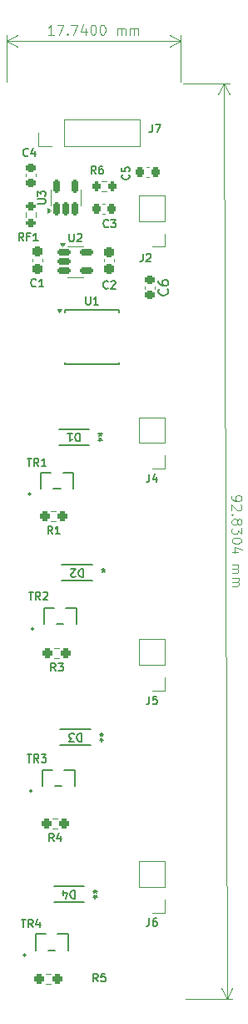
<source format=gbr>
G04 #@! TF.GenerationSoftware,KiCad,Pcbnew,8.0.1*
G04 #@! TF.CreationDate,2025-02-25T21:33:37-07:00*
G04 #@! TF.ProjectId,VibrationBand,56696272-6174-4696-9f6e-42616e642e6b,rev?*
G04 #@! TF.SameCoordinates,Original*
G04 #@! TF.FileFunction,Legend,Top*
G04 #@! TF.FilePolarity,Positive*
%FSLAX46Y46*%
G04 Gerber Fmt 4.6, Leading zero omitted, Abs format (unit mm)*
G04 Created by KiCad (PCBNEW 8.0.1) date 2025-02-25 21:33:37*
%MOMM*%
%LPD*%
G01*
G04 APERTURE LIST*
G04 Aperture macros list*
%AMRoundRect*
0 Rectangle with rounded corners*
0 $1 Rounding radius*
0 $2 $3 $4 $5 $6 $7 $8 $9 X,Y pos of 4 corners*
0 Add a 4 corners polygon primitive as box body*
4,1,4,$2,$3,$4,$5,$6,$7,$8,$9,$2,$3,0*
0 Add four circle primitives for the rounded corners*
1,1,$1+$1,$2,$3*
1,1,$1+$1,$4,$5*
1,1,$1+$1,$6,$7*
1,1,$1+$1,$8,$9*
0 Add four rect primitives between the rounded corners*
20,1,$1+$1,$2,$3,$4,$5,0*
20,1,$1+$1,$4,$5,$6,$7,0*
20,1,$1+$1,$6,$7,$8,$9,0*
20,1,$1+$1,$8,$9,$2,$3,0*%
G04 Aperture macros list end*
%ADD10C,0.100000*%
%ADD11C,0.150000*%
%ADD12C,0.120000*%
%ADD13C,0.152400*%
%ADD14RoundRect,0.237500X0.250000X0.237500X-0.250000X0.237500X-0.250000X-0.237500X0.250000X-0.237500X0*%
%ADD15R,1.111200X0.600800*%
%ADD16R,1.700000X0.650000*%
%ADD17R,1.700000X1.700000*%
%ADD18O,1.700000X1.700000*%
%ADD19RoundRect,0.225000X0.225000X0.250000X-0.225000X0.250000X-0.225000X-0.250000X0.225000X-0.250000X0*%
%ADD20RoundRect,0.200000X-0.200000X-0.275000X0.200000X-0.275000X0.200000X0.275000X-0.200000X0.275000X0*%
%ADD21R,0.558800X1.219200*%
%ADD22RoundRect,0.225000X-0.250000X0.225000X-0.250000X-0.225000X0.250000X-0.225000X0.250000X0.225000X0*%
%ADD23RoundRect,0.225000X0.250000X-0.225000X0.250000X0.225000X-0.250000X0.225000X-0.250000X-0.225000X0*%
%ADD24RoundRect,0.150000X-0.512500X-0.150000X0.512500X-0.150000X0.512500X0.150000X-0.512500X0.150000X0*%
%ADD25RoundRect,0.237500X0.237500X-0.300000X0.237500X0.300000X-0.237500X0.300000X-0.237500X-0.300000X0*%
%ADD26RoundRect,0.150000X0.150000X-0.512500X0.150000X0.512500X-0.150000X0.512500X-0.150000X-0.512500X0*%
%ADD27RoundRect,0.237500X-0.237500X0.300000X-0.237500X-0.300000X0.237500X-0.300000X0.237500X0.300000X0*%
%ADD28RoundRect,0.200000X0.275000X-0.200000X0.275000X0.200000X-0.275000X0.200000X-0.275000X-0.200000X0*%
G04 APERTURE END LIST*
D10*
X109012381Y-39837419D02*
X108440953Y-39837419D01*
X108726667Y-39837419D02*
X108726667Y-38837419D01*
X108726667Y-38837419D02*
X108631429Y-38980276D01*
X108631429Y-38980276D02*
X108536191Y-39075514D01*
X108536191Y-39075514D02*
X108440953Y-39123133D01*
X109345715Y-38837419D02*
X110012381Y-38837419D01*
X110012381Y-38837419D02*
X109583810Y-39837419D01*
X110393334Y-39742180D02*
X110440953Y-39789800D01*
X110440953Y-39789800D02*
X110393334Y-39837419D01*
X110393334Y-39837419D02*
X110345715Y-39789800D01*
X110345715Y-39789800D02*
X110393334Y-39742180D01*
X110393334Y-39742180D02*
X110393334Y-39837419D01*
X110774286Y-38837419D02*
X111440952Y-38837419D01*
X111440952Y-38837419D02*
X111012381Y-39837419D01*
X112250476Y-39170752D02*
X112250476Y-39837419D01*
X112012381Y-38789800D02*
X111774286Y-39504085D01*
X111774286Y-39504085D02*
X112393333Y-39504085D01*
X112964762Y-38837419D02*
X113060000Y-38837419D01*
X113060000Y-38837419D02*
X113155238Y-38885038D01*
X113155238Y-38885038D02*
X113202857Y-38932657D01*
X113202857Y-38932657D02*
X113250476Y-39027895D01*
X113250476Y-39027895D02*
X113298095Y-39218371D01*
X113298095Y-39218371D02*
X113298095Y-39456466D01*
X113298095Y-39456466D02*
X113250476Y-39646942D01*
X113250476Y-39646942D02*
X113202857Y-39742180D01*
X113202857Y-39742180D02*
X113155238Y-39789800D01*
X113155238Y-39789800D02*
X113060000Y-39837419D01*
X113060000Y-39837419D02*
X112964762Y-39837419D01*
X112964762Y-39837419D02*
X112869524Y-39789800D01*
X112869524Y-39789800D02*
X112821905Y-39742180D01*
X112821905Y-39742180D02*
X112774286Y-39646942D01*
X112774286Y-39646942D02*
X112726667Y-39456466D01*
X112726667Y-39456466D02*
X112726667Y-39218371D01*
X112726667Y-39218371D02*
X112774286Y-39027895D01*
X112774286Y-39027895D02*
X112821905Y-38932657D01*
X112821905Y-38932657D02*
X112869524Y-38885038D01*
X112869524Y-38885038D02*
X112964762Y-38837419D01*
X113917143Y-38837419D02*
X114012381Y-38837419D01*
X114012381Y-38837419D02*
X114107619Y-38885038D01*
X114107619Y-38885038D02*
X114155238Y-38932657D01*
X114155238Y-38932657D02*
X114202857Y-39027895D01*
X114202857Y-39027895D02*
X114250476Y-39218371D01*
X114250476Y-39218371D02*
X114250476Y-39456466D01*
X114250476Y-39456466D02*
X114202857Y-39646942D01*
X114202857Y-39646942D02*
X114155238Y-39742180D01*
X114155238Y-39742180D02*
X114107619Y-39789800D01*
X114107619Y-39789800D02*
X114012381Y-39837419D01*
X114012381Y-39837419D02*
X113917143Y-39837419D01*
X113917143Y-39837419D02*
X113821905Y-39789800D01*
X113821905Y-39789800D02*
X113774286Y-39742180D01*
X113774286Y-39742180D02*
X113726667Y-39646942D01*
X113726667Y-39646942D02*
X113679048Y-39456466D01*
X113679048Y-39456466D02*
X113679048Y-39218371D01*
X113679048Y-39218371D02*
X113726667Y-39027895D01*
X113726667Y-39027895D02*
X113774286Y-38932657D01*
X113774286Y-38932657D02*
X113821905Y-38885038D01*
X113821905Y-38885038D02*
X113917143Y-38837419D01*
X115440953Y-39837419D02*
X115440953Y-39170752D01*
X115440953Y-39265990D02*
X115488572Y-39218371D01*
X115488572Y-39218371D02*
X115583810Y-39170752D01*
X115583810Y-39170752D02*
X115726667Y-39170752D01*
X115726667Y-39170752D02*
X115821905Y-39218371D01*
X115821905Y-39218371D02*
X115869524Y-39313609D01*
X115869524Y-39313609D02*
X115869524Y-39837419D01*
X115869524Y-39313609D02*
X115917143Y-39218371D01*
X115917143Y-39218371D02*
X116012381Y-39170752D01*
X116012381Y-39170752D02*
X116155238Y-39170752D01*
X116155238Y-39170752D02*
X116250477Y-39218371D01*
X116250477Y-39218371D02*
X116298096Y-39313609D01*
X116298096Y-39313609D02*
X116298096Y-39837419D01*
X116774286Y-39837419D02*
X116774286Y-39170752D01*
X116774286Y-39265990D02*
X116821905Y-39218371D01*
X116821905Y-39218371D02*
X116917143Y-39170752D01*
X116917143Y-39170752D02*
X117060000Y-39170752D01*
X117060000Y-39170752D02*
X117155238Y-39218371D01*
X117155238Y-39218371D02*
X117202857Y-39313609D01*
X117202857Y-39313609D02*
X117202857Y-39837419D01*
X117202857Y-39313609D02*
X117250476Y-39218371D01*
X117250476Y-39218371D02*
X117345714Y-39170752D01*
X117345714Y-39170752D02*
X117488571Y-39170752D01*
X117488571Y-39170752D02*
X117583810Y-39218371D01*
X117583810Y-39218371D02*
X117631429Y-39313609D01*
X117631429Y-39313609D02*
X117631429Y-39837419D01*
X104190000Y-44650000D02*
X104190000Y-39893580D01*
X121930000Y-44650000D02*
X121930000Y-39893580D01*
X104190000Y-40480000D02*
X121930000Y-40480000D01*
X104190000Y-40480000D02*
X121930000Y-40480000D01*
X104190000Y-40480000D02*
X105316504Y-39893579D01*
X104190000Y-40480000D02*
X105316504Y-41066421D01*
X121930000Y-40480000D02*
X120803496Y-41066421D01*
X121930000Y-40480000D02*
X120803496Y-39893579D01*
X127105087Y-86645785D02*
X127105641Y-86836261D01*
X127105641Y-86836261D02*
X127153537Y-86931360D01*
X127153537Y-86931360D02*
X127201294Y-86978840D01*
X127201294Y-86978840D02*
X127344427Y-87073662D01*
X127344427Y-87073662D02*
X127535041Y-87120727D01*
X127535041Y-87120727D02*
X127915992Y-87119619D01*
X127915992Y-87119619D02*
X128011091Y-87071723D01*
X128011091Y-87071723D02*
X128058572Y-87023966D01*
X128058572Y-87023966D02*
X128105914Y-86928590D01*
X128105914Y-86928590D02*
X128105360Y-86738114D01*
X128105360Y-86738114D02*
X128057464Y-86643015D01*
X128057464Y-86643015D02*
X128009706Y-86595535D01*
X128009706Y-86595535D02*
X127914330Y-86548193D01*
X127914330Y-86548193D02*
X127676236Y-86548886D01*
X127676236Y-86548886D02*
X127581137Y-86596781D01*
X127581137Y-86596781D02*
X127533656Y-86644539D01*
X127533656Y-86644539D02*
X127486315Y-86739915D01*
X127486315Y-86739915D02*
X127486869Y-86930390D01*
X127486869Y-86930390D02*
X127534764Y-87025490D01*
X127534764Y-87025490D02*
X127582522Y-87072970D01*
X127582522Y-87072970D02*
X127677898Y-87120312D01*
X128012338Y-87500293D02*
X128060095Y-87547773D01*
X128060095Y-87547773D02*
X128107991Y-87642873D01*
X128107991Y-87642873D02*
X128108684Y-87880967D01*
X128108684Y-87880967D02*
X128061342Y-87976343D01*
X128061342Y-87976343D02*
X128013861Y-88024100D01*
X128013861Y-88024100D02*
X127918762Y-88071996D01*
X127918762Y-88071996D02*
X127823524Y-88072273D01*
X127823524Y-88072273D02*
X127680529Y-88025070D01*
X127680529Y-88025070D02*
X127107441Y-87455306D01*
X127107441Y-87455306D02*
X127109242Y-88074351D01*
X127205726Y-88502643D02*
X127158246Y-88550401D01*
X127158246Y-88550401D02*
X127110488Y-88502920D01*
X127110488Y-88502920D02*
X127157969Y-88455163D01*
X127157969Y-88455163D02*
X127205726Y-88502643D01*
X127205726Y-88502643D02*
X127110488Y-88502920D01*
X127683715Y-89120303D02*
X127731057Y-89024927D01*
X127731057Y-89024927D02*
X127778537Y-88977169D01*
X127778537Y-88977169D02*
X127873636Y-88929274D01*
X127873636Y-88929274D02*
X127921255Y-88929135D01*
X127921255Y-88929135D02*
X128016631Y-88976477D01*
X128016631Y-88976477D02*
X128064389Y-89023957D01*
X128064389Y-89023957D02*
X128112285Y-89119056D01*
X128112285Y-89119056D02*
X128112839Y-89309532D01*
X128112839Y-89309532D02*
X128065497Y-89404908D01*
X128065497Y-89404908D02*
X128018016Y-89452665D01*
X128018016Y-89452665D02*
X127922917Y-89500561D01*
X127922917Y-89500561D02*
X127875298Y-89500700D01*
X127875298Y-89500700D02*
X127779922Y-89453358D01*
X127779922Y-89453358D02*
X127732165Y-89405878D01*
X127732165Y-89405878D02*
X127684269Y-89310778D01*
X127684269Y-89310778D02*
X127683715Y-89120303D01*
X127683715Y-89120303D02*
X127635819Y-89025204D01*
X127635819Y-89025204D02*
X127588062Y-88977723D01*
X127588062Y-88977723D02*
X127492686Y-88930382D01*
X127492686Y-88930382D02*
X127302210Y-88930936D01*
X127302210Y-88930936D02*
X127207111Y-88978831D01*
X127207111Y-88978831D02*
X127159631Y-89026589D01*
X127159631Y-89026589D02*
X127112289Y-89121965D01*
X127112289Y-89121965D02*
X127112843Y-89312440D01*
X127112843Y-89312440D02*
X127160739Y-89407540D01*
X127160739Y-89407540D02*
X127208496Y-89455020D01*
X127208496Y-89455020D02*
X127303872Y-89502362D01*
X127303872Y-89502362D02*
X127494348Y-89501808D01*
X127494348Y-89501808D02*
X127589447Y-89453912D01*
X127589447Y-89453912D02*
X127636927Y-89406155D01*
X127636927Y-89406155D02*
X127684269Y-89310778D01*
X128114362Y-89833339D02*
X128116163Y-90452384D01*
X128116163Y-90452384D02*
X127734242Y-90120160D01*
X127734242Y-90120160D02*
X127734658Y-90263017D01*
X127734658Y-90263017D02*
X127687316Y-90358393D01*
X127687316Y-90358393D02*
X127639836Y-90406150D01*
X127639836Y-90406150D02*
X127544736Y-90454046D01*
X127544736Y-90454046D02*
X127306642Y-90454739D01*
X127306642Y-90454739D02*
X127211266Y-90407397D01*
X127211266Y-90407397D02*
X127163509Y-90359917D01*
X127163509Y-90359917D02*
X127115613Y-90264817D01*
X127115613Y-90264817D02*
X127114782Y-89979104D01*
X127114782Y-89979104D02*
X127162124Y-89883728D01*
X127162124Y-89883728D02*
X127209604Y-89835971D01*
X128117963Y-91071429D02*
X128118240Y-91166667D01*
X128118240Y-91166667D02*
X128070898Y-91262043D01*
X128070898Y-91262043D02*
X128023418Y-91309800D01*
X128023418Y-91309800D02*
X127928319Y-91357696D01*
X127928319Y-91357696D02*
X127737982Y-91405869D01*
X127737982Y-91405869D02*
X127499888Y-91406562D01*
X127499888Y-91406562D02*
X127309274Y-91359497D01*
X127309274Y-91359497D02*
X127213898Y-91312155D01*
X127213898Y-91312155D02*
X127166140Y-91264675D01*
X127166140Y-91264675D02*
X127118244Y-91169575D01*
X127118244Y-91169575D02*
X127117967Y-91074338D01*
X127117967Y-91074338D02*
X127165309Y-90978962D01*
X127165309Y-90978962D02*
X127212790Y-90931204D01*
X127212790Y-90931204D02*
X127307889Y-90883308D01*
X127307889Y-90883308D02*
X127498226Y-90835136D01*
X127498226Y-90835136D02*
X127736320Y-90834443D01*
X127736320Y-90834443D02*
X127926934Y-90881508D01*
X127926934Y-90881508D02*
X128022310Y-90928850D01*
X128022310Y-90928850D02*
X128070067Y-90976330D01*
X128070067Y-90976330D02*
X128117963Y-91071429D01*
X127788094Y-92262870D02*
X127121430Y-92264809D01*
X128168352Y-92023668D02*
X127453377Y-91787651D01*
X127453377Y-91787651D02*
X127455177Y-92406696D01*
X127125169Y-93550518D02*
X127791833Y-93548579D01*
X127696596Y-93548856D02*
X127744353Y-93596336D01*
X127744353Y-93596336D02*
X127792249Y-93691436D01*
X127792249Y-93691436D02*
X127792664Y-93834292D01*
X127792664Y-93834292D02*
X127745322Y-93929668D01*
X127745322Y-93929668D02*
X127650223Y-93977564D01*
X127650223Y-93977564D02*
X127126416Y-93979088D01*
X127650223Y-93977564D02*
X127745599Y-94024906D01*
X127745599Y-94024906D02*
X127793495Y-94120005D01*
X127793495Y-94120005D02*
X127793911Y-94262862D01*
X127793911Y-94262862D02*
X127746569Y-94358238D01*
X127746569Y-94358238D02*
X127651470Y-94406134D01*
X127651470Y-94406134D02*
X127127662Y-94407657D01*
X127129048Y-94883845D02*
X127795711Y-94881906D01*
X127700474Y-94882183D02*
X127748231Y-94929664D01*
X127748231Y-94929664D02*
X127796127Y-95024763D01*
X127796127Y-95024763D02*
X127796542Y-95167620D01*
X127796542Y-95167620D02*
X127749201Y-95262996D01*
X127749201Y-95262996D02*
X127654101Y-95310892D01*
X127654101Y-95310892D02*
X127130294Y-95312415D01*
X127654101Y-95310892D02*
X127749478Y-95358233D01*
X127749478Y-95358233D02*
X127797373Y-95453333D01*
X127797373Y-95453333D02*
X127797789Y-95596189D01*
X127797789Y-95596189D02*
X127750447Y-95691565D01*
X127750447Y-95691565D02*
X127655348Y-95739461D01*
X127655348Y-95739461D02*
X127131541Y-95740985D01*
X122179998Y-44768546D02*
X126927085Y-44754739D01*
X122449998Y-137598546D02*
X127197085Y-137584739D01*
X126340667Y-44756444D02*
X126610667Y-137586444D01*
X126340667Y-44756444D02*
X126610667Y-137586444D01*
X126340667Y-44756444D02*
X126930362Y-45881237D01*
X126340667Y-44756444D02*
X125757525Y-45884649D01*
X126610667Y-137586444D02*
X126020972Y-136461651D01*
X126610667Y-137586444D02*
X127193809Y-136458239D01*
D11*
X113486667Y-135832295D02*
X113220000Y-135451342D01*
X113029524Y-135832295D02*
X113029524Y-135032295D01*
X113029524Y-135032295D02*
X113334286Y-135032295D01*
X113334286Y-135032295D02*
X113410476Y-135070390D01*
X113410476Y-135070390D02*
X113448571Y-135108485D01*
X113448571Y-135108485D02*
X113486667Y-135184676D01*
X113486667Y-135184676D02*
X113486667Y-135298961D01*
X113486667Y-135298961D02*
X113448571Y-135375152D01*
X113448571Y-135375152D02*
X113410476Y-135413247D01*
X113410476Y-135413247D02*
X113334286Y-135451342D01*
X113334286Y-135451342D02*
X113029524Y-135451342D01*
X114210476Y-135032295D02*
X113829524Y-135032295D01*
X113829524Y-135032295D02*
X113791428Y-135413247D01*
X113791428Y-135413247D02*
X113829524Y-135375152D01*
X113829524Y-135375152D02*
X113905714Y-135337057D01*
X113905714Y-135337057D02*
X114096190Y-135337057D01*
X114096190Y-135337057D02*
X114172381Y-135375152D01*
X114172381Y-135375152D02*
X114210476Y-135413247D01*
X114210476Y-135413247D02*
X114248571Y-135489438D01*
X114248571Y-135489438D02*
X114248571Y-135679914D01*
X114248571Y-135679914D02*
X114210476Y-135756104D01*
X114210476Y-135756104D02*
X114172381Y-135794200D01*
X114172381Y-135794200D02*
X114096190Y-135832295D01*
X114096190Y-135832295D02*
X113905714Y-135832295D01*
X113905714Y-135832295D02*
X113829524Y-135794200D01*
X113829524Y-135794200D02*
X113791428Y-135756104D01*
X108864167Y-90462295D02*
X108597500Y-90081342D01*
X108407024Y-90462295D02*
X108407024Y-89662295D01*
X108407024Y-89662295D02*
X108711786Y-89662295D01*
X108711786Y-89662295D02*
X108787976Y-89700390D01*
X108787976Y-89700390D02*
X108826071Y-89738485D01*
X108826071Y-89738485D02*
X108864167Y-89814676D01*
X108864167Y-89814676D02*
X108864167Y-89928961D01*
X108864167Y-89928961D02*
X108826071Y-90005152D01*
X108826071Y-90005152D02*
X108787976Y-90043247D01*
X108787976Y-90043247D02*
X108711786Y-90081342D01*
X108711786Y-90081342D02*
X108407024Y-90081342D01*
X109626071Y-90462295D02*
X109168928Y-90462295D01*
X109397500Y-90462295D02*
X109397500Y-89662295D01*
X109397500Y-89662295D02*
X109321309Y-89776580D01*
X109321309Y-89776580D02*
X109245119Y-89852771D01*
X109245119Y-89852771D02*
X109168928Y-89890866D01*
X111985475Y-94007704D02*
X111985475Y-94807704D01*
X111985475Y-94807704D02*
X111794999Y-94807704D01*
X111794999Y-94807704D02*
X111680713Y-94769609D01*
X111680713Y-94769609D02*
X111604523Y-94693419D01*
X111604523Y-94693419D02*
X111566428Y-94617228D01*
X111566428Y-94617228D02*
X111528332Y-94464847D01*
X111528332Y-94464847D02*
X111528332Y-94350561D01*
X111528332Y-94350561D02*
X111566428Y-94198180D01*
X111566428Y-94198180D02*
X111604523Y-94121990D01*
X111604523Y-94121990D02*
X111680713Y-94045800D01*
X111680713Y-94045800D02*
X111794999Y-94007704D01*
X111794999Y-94007704D02*
X111985475Y-94007704D01*
X111223571Y-94731514D02*
X111185475Y-94769609D01*
X111185475Y-94769609D02*
X111109285Y-94807704D01*
X111109285Y-94807704D02*
X110918809Y-94807704D01*
X110918809Y-94807704D02*
X110842618Y-94769609D01*
X110842618Y-94769609D02*
X110804523Y-94731514D01*
X110804523Y-94731514D02*
X110766428Y-94655323D01*
X110766428Y-94655323D02*
X110766428Y-94579133D01*
X110766428Y-94579133D02*
X110804523Y-94464847D01*
X110804523Y-94464847D02*
X111261666Y-94007704D01*
X111261666Y-94007704D02*
X110766428Y-94007704D01*
X114056599Y-93932295D02*
X114056599Y-94122771D01*
X113866123Y-94046580D02*
X114056599Y-94122771D01*
X114056599Y-94122771D02*
X114247076Y-94046580D01*
X113942314Y-94275152D02*
X114056599Y-94122771D01*
X114056599Y-94122771D02*
X114170885Y-94275152D01*
X112275476Y-66397295D02*
X112275476Y-67044914D01*
X112275476Y-67044914D02*
X112313571Y-67121104D01*
X112313571Y-67121104D02*
X112351666Y-67159200D01*
X112351666Y-67159200D02*
X112427857Y-67197295D01*
X112427857Y-67197295D02*
X112580238Y-67197295D01*
X112580238Y-67197295D02*
X112656428Y-67159200D01*
X112656428Y-67159200D02*
X112694523Y-67121104D01*
X112694523Y-67121104D02*
X112732619Y-67044914D01*
X112732619Y-67044914D02*
X112732619Y-66397295D01*
X113532618Y-67197295D02*
X113075475Y-67197295D01*
X113304047Y-67197295D02*
X113304047Y-66397295D01*
X113304047Y-66397295D02*
X113227856Y-66511580D01*
X113227856Y-66511580D02*
X113151666Y-66587771D01*
X113151666Y-66587771D02*
X113075475Y-66625866D01*
X118733333Y-129392295D02*
X118733333Y-129963723D01*
X118733333Y-129963723D02*
X118695238Y-130078009D01*
X118695238Y-130078009D02*
X118619047Y-130154200D01*
X118619047Y-130154200D02*
X118504762Y-130192295D01*
X118504762Y-130192295D02*
X118428571Y-130192295D01*
X119457143Y-129392295D02*
X119304762Y-129392295D01*
X119304762Y-129392295D02*
X119228571Y-129430390D01*
X119228571Y-129430390D02*
X119190476Y-129468485D01*
X119190476Y-129468485D02*
X119114286Y-129582771D01*
X119114286Y-129582771D02*
X119076190Y-129735152D01*
X119076190Y-129735152D02*
X119076190Y-130039914D01*
X119076190Y-130039914D02*
X119114286Y-130116104D01*
X119114286Y-130116104D02*
X119152381Y-130154200D01*
X119152381Y-130154200D02*
X119228571Y-130192295D01*
X119228571Y-130192295D02*
X119380952Y-130192295D01*
X119380952Y-130192295D02*
X119457143Y-130154200D01*
X119457143Y-130154200D02*
X119495238Y-130116104D01*
X119495238Y-130116104D02*
X119533333Y-130039914D01*
X119533333Y-130039914D02*
X119533333Y-129849438D01*
X119533333Y-129849438D02*
X119495238Y-129773247D01*
X119495238Y-129773247D02*
X119457143Y-129735152D01*
X119457143Y-129735152D02*
X119380952Y-129697057D01*
X119380952Y-129697057D02*
X119228571Y-129697057D01*
X119228571Y-129697057D02*
X119152381Y-129735152D01*
X119152381Y-129735152D02*
X119114286Y-129773247D01*
X119114286Y-129773247D02*
X119076190Y-129849438D01*
X114546667Y-59306104D02*
X114508571Y-59344200D01*
X114508571Y-59344200D02*
X114394286Y-59382295D01*
X114394286Y-59382295D02*
X114318095Y-59382295D01*
X114318095Y-59382295D02*
X114203809Y-59344200D01*
X114203809Y-59344200D02*
X114127619Y-59268009D01*
X114127619Y-59268009D02*
X114089524Y-59191819D01*
X114089524Y-59191819D02*
X114051428Y-59039438D01*
X114051428Y-59039438D02*
X114051428Y-58925152D01*
X114051428Y-58925152D02*
X114089524Y-58772771D01*
X114089524Y-58772771D02*
X114127619Y-58696580D01*
X114127619Y-58696580D02*
X114203809Y-58620390D01*
X114203809Y-58620390D02*
X114318095Y-58582295D01*
X114318095Y-58582295D02*
X114394286Y-58582295D01*
X114394286Y-58582295D02*
X114508571Y-58620390D01*
X114508571Y-58620390D02*
X114546667Y-58658485D01*
X114813333Y-58582295D02*
X115308571Y-58582295D01*
X115308571Y-58582295D02*
X115041905Y-58887057D01*
X115041905Y-58887057D02*
X115156190Y-58887057D01*
X115156190Y-58887057D02*
X115232381Y-58925152D01*
X115232381Y-58925152D02*
X115270476Y-58963247D01*
X115270476Y-58963247D02*
X115308571Y-59039438D01*
X115308571Y-59039438D02*
X115308571Y-59229914D01*
X115308571Y-59229914D02*
X115270476Y-59306104D01*
X115270476Y-59306104D02*
X115232381Y-59344200D01*
X115232381Y-59344200D02*
X115156190Y-59382295D01*
X115156190Y-59382295D02*
X114927619Y-59382295D01*
X114927619Y-59382295D02*
X114851428Y-59344200D01*
X114851428Y-59344200D02*
X114813333Y-59306104D01*
X111145475Y-126587704D02*
X111145475Y-127387704D01*
X111145475Y-127387704D02*
X110954999Y-127387704D01*
X110954999Y-127387704D02*
X110840713Y-127349609D01*
X110840713Y-127349609D02*
X110764523Y-127273419D01*
X110764523Y-127273419D02*
X110726428Y-127197228D01*
X110726428Y-127197228D02*
X110688332Y-127044847D01*
X110688332Y-127044847D02*
X110688332Y-126930561D01*
X110688332Y-126930561D02*
X110726428Y-126778180D01*
X110726428Y-126778180D02*
X110764523Y-126701990D01*
X110764523Y-126701990D02*
X110840713Y-126625800D01*
X110840713Y-126625800D02*
X110954999Y-126587704D01*
X110954999Y-126587704D02*
X111145475Y-126587704D01*
X110002618Y-127121038D02*
X110002618Y-126587704D01*
X110193094Y-127425800D02*
X110383571Y-126854371D01*
X110383571Y-126854371D02*
X109888332Y-126854371D01*
X113216599Y-126512295D02*
X113216599Y-126702771D01*
X113026123Y-126626580D02*
X113216599Y-126702771D01*
X113216599Y-126702771D02*
X113407076Y-126626580D01*
X113102314Y-126855152D02*
X113216599Y-126702771D01*
X113216599Y-126702771D02*
X113330885Y-126855152D01*
X113216600Y-127387704D02*
X113216600Y-127197228D01*
X113407076Y-127273419D02*
X113216600Y-127197228D01*
X113216600Y-127197228D02*
X113026123Y-127273419D01*
X113330885Y-127044847D02*
X113216600Y-127197228D01*
X113216600Y-127197228D02*
X113102314Y-127044847D01*
X111795475Y-110667704D02*
X111795475Y-111467704D01*
X111795475Y-111467704D02*
X111604999Y-111467704D01*
X111604999Y-111467704D02*
X111490713Y-111429609D01*
X111490713Y-111429609D02*
X111414523Y-111353419D01*
X111414523Y-111353419D02*
X111376428Y-111277228D01*
X111376428Y-111277228D02*
X111338332Y-111124847D01*
X111338332Y-111124847D02*
X111338332Y-111010561D01*
X111338332Y-111010561D02*
X111376428Y-110858180D01*
X111376428Y-110858180D02*
X111414523Y-110781990D01*
X111414523Y-110781990D02*
X111490713Y-110705800D01*
X111490713Y-110705800D02*
X111604999Y-110667704D01*
X111604999Y-110667704D02*
X111795475Y-110667704D01*
X111071666Y-111467704D02*
X110576428Y-111467704D01*
X110576428Y-111467704D02*
X110843094Y-111162942D01*
X110843094Y-111162942D02*
X110728809Y-111162942D01*
X110728809Y-111162942D02*
X110652618Y-111124847D01*
X110652618Y-111124847D02*
X110614523Y-111086752D01*
X110614523Y-111086752D02*
X110576428Y-111010561D01*
X110576428Y-111010561D02*
X110576428Y-110820085D01*
X110576428Y-110820085D02*
X110614523Y-110743895D01*
X110614523Y-110743895D02*
X110652618Y-110705800D01*
X110652618Y-110705800D02*
X110728809Y-110667704D01*
X110728809Y-110667704D02*
X110957380Y-110667704D01*
X110957380Y-110667704D02*
X111033571Y-110705800D01*
X111033571Y-110705800D02*
X111071666Y-110743895D01*
X113866599Y-110592295D02*
X113866599Y-110782771D01*
X113676123Y-110706580D02*
X113866599Y-110782771D01*
X113866599Y-110782771D02*
X114057076Y-110706580D01*
X113752314Y-110935152D02*
X113866599Y-110782771D01*
X113866599Y-110782771D02*
X113980885Y-110935152D01*
X113866600Y-111467704D02*
X113866600Y-111277228D01*
X114057076Y-111353419D02*
X113866600Y-111277228D01*
X113866600Y-111277228D02*
X113676123Y-111353419D01*
X113980885Y-111124847D02*
X113866600Y-111277228D01*
X113866600Y-111277228D02*
X113752314Y-111124847D01*
X119033333Y-48902295D02*
X119033333Y-49473723D01*
X119033333Y-49473723D02*
X118995238Y-49588009D01*
X118995238Y-49588009D02*
X118919047Y-49664200D01*
X118919047Y-49664200D02*
X118804762Y-49702295D01*
X118804762Y-49702295D02*
X118728571Y-49702295D01*
X119338095Y-48902295D02*
X119871429Y-48902295D01*
X119871429Y-48902295D02*
X119528571Y-49702295D01*
X113296667Y-53932295D02*
X113030000Y-53551342D01*
X112839524Y-53932295D02*
X112839524Y-53132295D01*
X112839524Y-53132295D02*
X113144286Y-53132295D01*
X113144286Y-53132295D02*
X113220476Y-53170390D01*
X113220476Y-53170390D02*
X113258571Y-53208485D01*
X113258571Y-53208485D02*
X113296667Y-53284676D01*
X113296667Y-53284676D02*
X113296667Y-53398961D01*
X113296667Y-53398961D02*
X113258571Y-53475152D01*
X113258571Y-53475152D02*
X113220476Y-53513247D01*
X113220476Y-53513247D02*
X113144286Y-53551342D01*
X113144286Y-53551342D02*
X112839524Y-53551342D01*
X113982381Y-53132295D02*
X113830000Y-53132295D01*
X113830000Y-53132295D02*
X113753809Y-53170390D01*
X113753809Y-53170390D02*
X113715714Y-53208485D01*
X113715714Y-53208485D02*
X113639524Y-53322771D01*
X113639524Y-53322771D02*
X113601428Y-53475152D01*
X113601428Y-53475152D02*
X113601428Y-53779914D01*
X113601428Y-53779914D02*
X113639524Y-53856104D01*
X113639524Y-53856104D02*
X113677619Y-53894200D01*
X113677619Y-53894200D02*
X113753809Y-53932295D01*
X113753809Y-53932295D02*
X113906190Y-53932295D01*
X113906190Y-53932295D02*
X113982381Y-53894200D01*
X113982381Y-53894200D02*
X114020476Y-53856104D01*
X114020476Y-53856104D02*
X114058571Y-53779914D01*
X114058571Y-53779914D02*
X114058571Y-53589438D01*
X114058571Y-53589438D02*
X114020476Y-53513247D01*
X114020476Y-53513247D02*
X113982381Y-53475152D01*
X113982381Y-53475152D02*
X113906190Y-53437057D01*
X113906190Y-53437057D02*
X113753809Y-53437057D01*
X113753809Y-53437057D02*
X113677619Y-53475152D01*
X113677619Y-53475152D02*
X113639524Y-53513247D01*
X113639524Y-53513247D02*
X113601428Y-53589438D01*
X118733333Y-106892295D02*
X118733333Y-107463723D01*
X118733333Y-107463723D02*
X118695238Y-107578009D01*
X118695238Y-107578009D02*
X118619047Y-107654200D01*
X118619047Y-107654200D02*
X118504762Y-107692295D01*
X118504762Y-107692295D02*
X118428571Y-107692295D01*
X119495238Y-106892295D02*
X119114286Y-106892295D01*
X119114286Y-106892295D02*
X119076190Y-107273247D01*
X119076190Y-107273247D02*
X119114286Y-107235152D01*
X119114286Y-107235152D02*
X119190476Y-107197057D01*
X119190476Y-107197057D02*
X119380952Y-107197057D01*
X119380952Y-107197057D02*
X119457143Y-107235152D01*
X119457143Y-107235152D02*
X119495238Y-107273247D01*
X119495238Y-107273247D02*
X119533333Y-107349438D01*
X119533333Y-107349438D02*
X119533333Y-107539914D01*
X119533333Y-107539914D02*
X119495238Y-107616104D01*
X119495238Y-107616104D02*
X119457143Y-107654200D01*
X119457143Y-107654200D02*
X119380952Y-107692295D01*
X119380952Y-107692295D02*
X119190476Y-107692295D01*
X119190476Y-107692295D02*
X119114286Y-107654200D01*
X119114286Y-107654200D02*
X119076190Y-107616104D01*
X105710476Y-129522295D02*
X106167619Y-129522295D01*
X105939047Y-130322295D02*
X105939047Y-129522295D01*
X106891429Y-130322295D02*
X106624762Y-129941342D01*
X106434286Y-130322295D02*
X106434286Y-129522295D01*
X106434286Y-129522295D02*
X106739048Y-129522295D01*
X106739048Y-129522295D02*
X106815238Y-129560390D01*
X106815238Y-129560390D02*
X106853333Y-129598485D01*
X106853333Y-129598485D02*
X106891429Y-129674676D01*
X106891429Y-129674676D02*
X106891429Y-129788961D01*
X106891429Y-129788961D02*
X106853333Y-129865152D01*
X106853333Y-129865152D02*
X106815238Y-129903247D01*
X106815238Y-129903247D02*
X106739048Y-129941342D01*
X106739048Y-129941342D02*
X106434286Y-129941342D01*
X107577143Y-129788961D02*
X107577143Y-130322295D01*
X107386667Y-129484200D02*
X107196190Y-130055628D01*
X107196190Y-130055628D02*
X107691429Y-130055628D01*
X120569580Y-65631666D02*
X120617200Y-65679285D01*
X120617200Y-65679285D02*
X120664819Y-65822142D01*
X120664819Y-65822142D02*
X120664819Y-65917380D01*
X120664819Y-65917380D02*
X120617200Y-66060237D01*
X120617200Y-66060237D02*
X120521961Y-66155475D01*
X120521961Y-66155475D02*
X120426723Y-66203094D01*
X120426723Y-66203094D02*
X120236247Y-66250713D01*
X120236247Y-66250713D02*
X120093390Y-66250713D01*
X120093390Y-66250713D02*
X119902914Y-66203094D01*
X119902914Y-66203094D02*
X119807676Y-66155475D01*
X119807676Y-66155475D02*
X119712438Y-66060237D01*
X119712438Y-66060237D02*
X119664819Y-65917380D01*
X119664819Y-65917380D02*
X119664819Y-65822142D01*
X119664819Y-65822142D02*
X119712438Y-65679285D01*
X119712438Y-65679285D02*
X119760057Y-65631666D01*
X119664819Y-64774523D02*
X119664819Y-64964999D01*
X119664819Y-64964999D02*
X119712438Y-65060237D01*
X119712438Y-65060237D02*
X119760057Y-65107856D01*
X119760057Y-65107856D02*
X119902914Y-65203094D01*
X119902914Y-65203094D02*
X120093390Y-65250713D01*
X120093390Y-65250713D02*
X120474342Y-65250713D01*
X120474342Y-65250713D02*
X120569580Y-65203094D01*
X120569580Y-65203094D02*
X120617200Y-65155475D01*
X120617200Y-65155475D02*
X120664819Y-65060237D01*
X120664819Y-65060237D02*
X120664819Y-64869761D01*
X120664819Y-64869761D02*
X120617200Y-64774523D01*
X120617200Y-64774523D02*
X120569580Y-64726904D01*
X120569580Y-64726904D02*
X120474342Y-64679285D01*
X120474342Y-64679285D02*
X120236247Y-64679285D01*
X120236247Y-64679285D02*
X120141009Y-64726904D01*
X120141009Y-64726904D02*
X120093390Y-64774523D01*
X120093390Y-64774523D02*
X120045771Y-64869761D01*
X120045771Y-64869761D02*
X120045771Y-65060237D01*
X120045771Y-65060237D02*
X120093390Y-65155475D01*
X120093390Y-65155475D02*
X120141009Y-65203094D01*
X120141009Y-65203094D02*
X120236247Y-65250713D01*
X118083333Y-62062295D02*
X118083333Y-62633723D01*
X118083333Y-62633723D02*
X118045238Y-62748009D01*
X118045238Y-62748009D02*
X117969047Y-62824200D01*
X117969047Y-62824200D02*
X117854762Y-62862295D01*
X117854762Y-62862295D02*
X117778571Y-62862295D01*
X118426190Y-62138485D02*
X118464286Y-62100390D01*
X118464286Y-62100390D02*
X118540476Y-62062295D01*
X118540476Y-62062295D02*
X118730952Y-62062295D01*
X118730952Y-62062295D02*
X118807143Y-62100390D01*
X118807143Y-62100390D02*
X118845238Y-62138485D01*
X118845238Y-62138485D02*
X118883333Y-62214676D01*
X118883333Y-62214676D02*
X118883333Y-62290866D01*
X118883333Y-62290866D02*
X118845238Y-62405152D01*
X118845238Y-62405152D02*
X118388095Y-62862295D01*
X118388095Y-62862295D02*
X118883333Y-62862295D01*
X109184167Y-104342295D02*
X108917500Y-103961342D01*
X108727024Y-104342295D02*
X108727024Y-103542295D01*
X108727024Y-103542295D02*
X109031786Y-103542295D01*
X109031786Y-103542295D02*
X109107976Y-103580390D01*
X109107976Y-103580390D02*
X109146071Y-103618485D01*
X109146071Y-103618485D02*
X109184167Y-103694676D01*
X109184167Y-103694676D02*
X109184167Y-103808961D01*
X109184167Y-103808961D02*
X109146071Y-103885152D01*
X109146071Y-103885152D02*
X109107976Y-103923247D01*
X109107976Y-103923247D02*
X109031786Y-103961342D01*
X109031786Y-103961342D02*
X108727024Y-103961342D01*
X109450833Y-103542295D02*
X109946071Y-103542295D01*
X109946071Y-103542295D02*
X109679405Y-103847057D01*
X109679405Y-103847057D02*
X109793690Y-103847057D01*
X109793690Y-103847057D02*
X109869881Y-103885152D01*
X109869881Y-103885152D02*
X109907976Y-103923247D01*
X109907976Y-103923247D02*
X109946071Y-103999438D01*
X109946071Y-103999438D02*
X109946071Y-104189914D01*
X109946071Y-104189914D02*
X109907976Y-104266104D01*
X109907976Y-104266104D02*
X109869881Y-104304200D01*
X109869881Y-104304200D02*
X109793690Y-104342295D01*
X109793690Y-104342295D02*
X109565119Y-104342295D01*
X109565119Y-104342295D02*
X109488928Y-104304200D01*
X109488928Y-104304200D02*
X109450833Y-104266104D01*
X116636104Y-54023332D02*
X116674200Y-54061428D01*
X116674200Y-54061428D02*
X116712295Y-54175713D01*
X116712295Y-54175713D02*
X116712295Y-54251904D01*
X116712295Y-54251904D02*
X116674200Y-54366190D01*
X116674200Y-54366190D02*
X116598009Y-54442380D01*
X116598009Y-54442380D02*
X116521819Y-54480475D01*
X116521819Y-54480475D02*
X116369438Y-54518571D01*
X116369438Y-54518571D02*
X116255152Y-54518571D01*
X116255152Y-54518571D02*
X116102771Y-54480475D01*
X116102771Y-54480475D02*
X116026580Y-54442380D01*
X116026580Y-54442380D02*
X115950390Y-54366190D01*
X115950390Y-54366190D02*
X115912295Y-54251904D01*
X115912295Y-54251904D02*
X115912295Y-54175713D01*
X115912295Y-54175713D02*
X115950390Y-54061428D01*
X115950390Y-54061428D02*
X115988485Y-54023332D01*
X115912295Y-53299523D02*
X115912295Y-53680475D01*
X115912295Y-53680475D02*
X116293247Y-53718571D01*
X116293247Y-53718571D02*
X116255152Y-53680475D01*
X116255152Y-53680475D02*
X116217057Y-53604285D01*
X116217057Y-53604285D02*
X116217057Y-53413809D01*
X116217057Y-53413809D02*
X116255152Y-53337618D01*
X116255152Y-53337618D02*
X116293247Y-53299523D01*
X116293247Y-53299523D02*
X116369438Y-53261428D01*
X116369438Y-53261428D02*
X116559914Y-53261428D01*
X116559914Y-53261428D02*
X116636104Y-53299523D01*
X116636104Y-53299523D02*
X116674200Y-53337618D01*
X116674200Y-53337618D02*
X116712295Y-53413809D01*
X116712295Y-53413809D02*
X116712295Y-53604285D01*
X116712295Y-53604285D02*
X116674200Y-53680475D01*
X116674200Y-53680475D02*
X116636104Y-53718571D01*
X106406667Y-52076104D02*
X106368571Y-52114200D01*
X106368571Y-52114200D02*
X106254286Y-52152295D01*
X106254286Y-52152295D02*
X106178095Y-52152295D01*
X106178095Y-52152295D02*
X106063809Y-52114200D01*
X106063809Y-52114200D02*
X105987619Y-52038009D01*
X105987619Y-52038009D02*
X105949524Y-51961819D01*
X105949524Y-51961819D02*
X105911428Y-51809438D01*
X105911428Y-51809438D02*
X105911428Y-51695152D01*
X105911428Y-51695152D02*
X105949524Y-51542771D01*
X105949524Y-51542771D02*
X105987619Y-51466580D01*
X105987619Y-51466580D02*
X106063809Y-51390390D01*
X106063809Y-51390390D02*
X106178095Y-51352295D01*
X106178095Y-51352295D02*
X106254286Y-51352295D01*
X106254286Y-51352295D02*
X106368571Y-51390390D01*
X106368571Y-51390390D02*
X106406667Y-51428485D01*
X107092381Y-51618961D02*
X107092381Y-52152295D01*
X106901905Y-51314200D02*
X106711428Y-51885628D01*
X106711428Y-51885628D02*
X107206667Y-51885628D01*
X110592976Y-59992295D02*
X110592976Y-60639914D01*
X110592976Y-60639914D02*
X110631071Y-60716104D01*
X110631071Y-60716104D02*
X110669166Y-60754200D01*
X110669166Y-60754200D02*
X110745357Y-60792295D01*
X110745357Y-60792295D02*
X110897738Y-60792295D01*
X110897738Y-60792295D02*
X110973928Y-60754200D01*
X110973928Y-60754200D02*
X111012023Y-60716104D01*
X111012023Y-60716104D02*
X111050119Y-60639914D01*
X111050119Y-60639914D02*
X111050119Y-59992295D01*
X111392975Y-60068485D02*
X111431071Y-60030390D01*
X111431071Y-60030390D02*
X111507261Y-59992295D01*
X111507261Y-59992295D02*
X111697737Y-59992295D01*
X111697737Y-59992295D02*
X111773928Y-60030390D01*
X111773928Y-60030390D02*
X111812023Y-60068485D01*
X111812023Y-60068485D02*
X111850118Y-60144676D01*
X111850118Y-60144676D02*
X111850118Y-60220866D01*
X111850118Y-60220866D02*
X111812023Y-60335152D01*
X111812023Y-60335152D02*
X111354880Y-60792295D01*
X111354880Y-60792295D02*
X111850118Y-60792295D01*
X107196667Y-65326104D02*
X107158571Y-65364200D01*
X107158571Y-65364200D02*
X107044286Y-65402295D01*
X107044286Y-65402295D02*
X106968095Y-65402295D01*
X106968095Y-65402295D02*
X106853809Y-65364200D01*
X106853809Y-65364200D02*
X106777619Y-65288009D01*
X106777619Y-65288009D02*
X106739524Y-65211819D01*
X106739524Y-65211819D02*
X106701428Y-65059438D01*
X106701428Y-65059438D02*
X106701428Y-64945152D01*
X106701428Y-64945152D02*
X106739524Y-64792771D01*
X106739524Y-64792771D02*
X106777619Y-64716580D01*
X106777619Y-64716580D02*
X106853809Y-64640390D01*
X106853809Y-64640390D02*
X106968095Y-64602295D01*
X106968095Y-64602295D02*
X107044286Y-64602295D01*
X107044286Y-64602295D02*
X107158571Y-64640390D01*
X107158571Y-64640390D02*
X107196667Y-64678485D01*
X107958571Y-65402295D02*
X107501428Y-65402295D01*
X107730000Y-65402295D02*
X107730000Y-64602295D01*
X107730000Y-64602295D02*
X107653809Y-64716580D01*
X107653809Y-64716580D02*
X107577619Y-64792771D01*
X107577619Y-64792771D02*
X107501428Y-64830866D01*
X106290476Y-82772295D02*
X106747619Y-82772295D01*
X106519047Y-83572295D02*
X106519047Y-82772295D01*
X107471429Y-83572295D02*
X107204762Y-83191342D01*
X107014286Y-83572295D02*
X107014286Y-82772295D01*
X107014286Y-82772295D02*
X107319048Y-82772295D01*
X107319048Y-82772295D02*
X107395238Y-82810390D01*
X107395238Y-82810390D02*
X107433333Y-82848485D01*
X107433333Y-82848485D02*
X107471429Y-82924676D01*
X107471429Y-82924676D02*
X107471429Y-83038961D01*
X107471429Y-83038961D02*
X107433333Y-83115152D01*
X107433333Y-83115152D02*
X107395238Y-83153247D01*
X107395238Y-83153247D02*
X107319048Y-83191342D01*
X107319048Y-83191342D02*
X107014286Y-83191342D01*
X108233333Y-83572295D02*
X107776190Y-83572295D01*
X108004762Y-83572295D02*
X108004762Y-82772295D01*
X108004762Y-82772295D02*
X107928571Y-82886580D01*
X107928571Y-82886580D02*
X107852381Y-82962771D01*
X107852381Y-82962771D02*
X107776190Y-83000866D01*
X107382295Y-56947023D02*
X108029914Y-56947023D01*
X108029914Y-56947023D02*
X108106104Y-56908928D01*
X108106104Y-56908928D02*
X108144200Y-56870833D01*
X108144200Y-56870833D02*
X108182295Y-56794642D01*
X108182295Y-56794642D02*
X108182295Y-56642261D01*
X108182295Y-56642261D02*
X108144200Y-56566071D01*
X108144200Y-56566071D02*
X108106104Y-56527976D01*
X108106104Y-56527976D02*
X108029914Y-56489880D01*
X108029914Y-56489880D02*
X107382295Y-56489880D01*
X107382295Y-56185119D02*
X107382295Y-55689881D01*
X107382295Y-55689881D02*
X107687057Y-55956547D01*
X107687057Y-55956547D02*
X107687057Y-55842262D01*
X107687057Y-55842262D02*
X107725152Y-55766071D01*
X107725152Y-55766071D02*
X107763247Y-55727976D01*
X107763247Y-55727976D02*
X107839438Y-55689881D01*
X107839438Y-55689881D02*
X108029914Y-55689881D01*
X108029914Y-55689881D02*
X108106104Y-55727976D01*
X108106104Y-55727976D02*
X108144200Y-55766071D01*
X108144200Y-55766071D02*
X108182295Y-55842262D01*
X108182295Y-55842262D02*
X108182295Y-56070833D01*
X108182295Y-56070833D02*
X108144200Y-56147024D01*
X108144200Y-56147024D02*
X108106104Y-56185119D01*
X106290476Y-112782295D02*
X106747619Y-112782295D01*
X106519047Y-113582295D02*
X106519047Y-112782295D01*
X107471429Y-113582295D02*
X107204762Y-113201342D01*
X107014286Y-113582295D02*
X107014286Y-112782295D01*
X107014286Y-112782295D02*
X107319048Y-112782295D01*
X107319048Y-112782295D02*
X107395238Y-112820390D01*
X107395238Y-112820390D02*
X107433333Y-112858485D01*
X107433333Y-112858485D02*
X107471429Y-112934676D01*
X107471429Y-112934676D02*
X107471429Y-113048961D01*
X107471429Y-113048961D02*
X107433333Y-113125152D01*
X107433333Y-113125152D02*
X107395238Y-113163247D01*
X107395238Y-113163247D02*
X107319048Y-113201342D01*
X107319048Y-113201342D02*
X107014286Y-113201342D01*
X107738095Y-112782295D02*
X108233333Y-112782295D01*
X108233333Y-112782295D02*
X107966667Y-113087057D01*
X107966667Y-113087057D02*
X108080952Y-113087057D01*
X108080952Y-113087057D02*
X108157143Y-113125152D01*
X108157143Y-113125152D02*
X108195238Y-113163247D01*
X108195238Y-113163247D02*
X108233333Y-113239438D01*
X108233333Y-113239438D02*
X108233333Y-113429914D01*
X108233333Y-113429914D02*
X108195238Y-113506104D01*
X108195238Y-113506104D02*
X108157143Y-113544200D01*
X108157143Y-113544200D02*
X108080952Y-113582295D01*
X108080952Y-113582295D02*
X107852381Y-113582295D01*
X107852381Y-113582295D02*
X107776190Y-113544200D01*
X107776190Y-113544200D02*
X107738095Y-113506104D01*
X109024167Y-121602295D02*
X108757500Y-121221342D01*
X108567024Y-121602295D02*
X108567024Y-120802295D01*
X108567024Y-120802295D02*
X108871786Y-120802295D01*
X108871786Y-120802295D02*
X108947976Y-120840390D01*
X108947976Y-120840390D02*
X108986071Y-120878485D01*
X108986071Y-120878485D02*
X109024167Y-120954676D01*
X109024167Y-120954676D02*
X109024167Y-121068961D01*
X109024167Y-121068961D02*
X108986071Y-121145152D01*
X108986071Y-121145152D02*
X108947976Y-121183247D01*
X108947976Y-121183247D02*
X108871786Y-121221342D01*
X108871786Y-121221342D02*
X108567024Y-121221342D01*
X109709881Y-121068961D02*
X109709881Y-121602295D01*
X109519405Y-120764200D02*
X109328928Y-121335628D01*
X109328928Y-121335628D02*
X109824167Y-121335628D01*
X114506667Y-65516104D02*
X114468571Y-65554200D01*
X114468571Y-65554200D02*
X114354286Y-65592295D01*
X114354286Y-65592295D02*
X114278095Y-65592295D01*
X114278095Y-65592295D02*
X114163809Y-65554200D01*
X114163809Y-65554200D02*
X114087619Y-65478009D01*
X114087619Y-65478009D02*
X114049524Y-65401819D01*
X114049524Y-65401819D02*
X114011428Y-65249438D01*
X114011428Y-65249438D02*
X114011428Y-65135152D01*
X114011428Y-65135152D02*
X114049524Y-64982771D01*
X114049524Y-64982771D02*
X114087619Y-64906580D01*
X114087619Y-64906580D02*
X114163809Y-64830390D01*
X114163809Y-64830390D02*
X114278095Y-64792295D01*
X114278095Y-64792295D02*
X114354286Y-64792295D01*
X114354286Y-64792295D02*
X114468571Y-64830390D01*
X114468571Y-64830390D02*
X114506667Y-64868485D01*
X114811428Y-64868485D02*
X114849524Y-64830390D01*
X114849524Y-64830390D02*
X114925714Y-64792295D01*
X114925714Y-64792295D02*
X115116190Y-64792295D01*
X115116190Y-64792295D02*
X115192381Y-64830390D01*
X115192381Y-64830390D02*
X115230476Y-64868485D01*
X115230476Y-64868485D02*
X115268571Y-64944676D01*
X115268571Y-64944676D02*
X115268571Y-65020866D01*
X115268571Y-65020866D02*
X115230476Y-65135152D01*
X115230476Y-65135152D02*
X114773333Y-65592295D01*
X114773333Y-65592295D02*
X115268571Y-65592295D01*
X118733333Y-84392295D02*
X118733333Y-84963723D01*
X118733333Y-84963723D02*
X118695238Y-85078009D01*
X118695238Y-85078009D02*
X118619047Y-85154200D01*
X118619047Y-85154200D02*
X118504762Y-85192295D01*
X118504762Y-85192295D02*
X118428571Y-85192295D01*
X119457143Y-84658961D02*
X119457143Y-85192295D01*
X119266667Y-84354200D02*
X119076190Y-84925628D01*
X119076190Y-84925628D02*
X119571429Y-84925628D01*
X111655475Y-80257704D02*
X111655475Y-81057704D01*
X111655475Y-81057704D02*
X111464999Y-81057704D01*
X111464999Y-81057704D02*
X111350713Y-81019609D01*
X111350713Y-81019609D02*
X111274523Y-80943419D01*
X111274523Y-80943419D02*
X111236428Y-80867228D01*
X111236428Y-80867228D02*
X111198332Y-80714847D01*
X111198332Y-80714847D02*
X111198332Y-80600561D01*
X111198332Y-80600561D02*
X111236428Y-80448180D01*
X111236428Y-80448180D02*
X111274523Y-80371990D01*
X111274523Y-80371990D02*
X111350713Y-80295800D01*
X111350713Y-80295800D02*
X111464999Y-80257704D01*
X111464999Y-80257704D02*
X111655475Y-80257704D01*
X110436428Y-80257704D02*
X110893571Y-80257704D01*
X110664999Y-80257704D02*
X110664999Y-81057704D01*
X110664999Y-81057704D02*
X110741190Y-80943419D01*
X110741190Y-80943419D02*
X110817380Y-80867228D01*
X110817380Y-80867228D02*
X110893571Y-80829133D01*
X113726600Y-81057704D02*
X113726600Y-80867228D01*
X113917076Y-80943419D02*
X113726600Y-80867228D01*
X113726600Y-80867228D02*
X113536123Y-80943419D01*
X113840885Y-80714847D02*
X113726600Y-80867228D01*
X113726600Y-80867228D02*
X113612314Y-80714847D01*
X113726599Y-80182295D02*
X113726599Y-80372771D01*
X113536123Y-80296580D02*
X113726599Y-80372771D01*
X113726599Y-80372771D02*
X113917076Y-80296580D01*
X113612314Y-80525152D02*
X113726599Y-80372771D01*
X113726599Y-80372771D02*
X113840885Y-80525152D01*
X106460476Y-96312295D02*
X106917619Y-96312295D01*
X106689047Y-97112295D02*
X106689047Y-96312295D01*
X107641429Y-97112295D02*
X107374762Y-96731342D01*
X107184286Y-97112295D02*
X107184286Y-96312295D01*
X107184286Y-96312295D02*
X107489048Y-96312295D01*
X107489048Y-96312295D02*
X107565238Y-96350390D01*
X107565238Y-96350390D02*
X107603333Y-96388485D01*
X107603333Y-96388485D02*
X107641429Y-96464676D01*
X107641429Y-96464676D02*
X107641429Y-96578961D01*
X107641429Y-96578961D02*
X107603333Y-96655152D01*
X107603333Y-96655152D02*
X107565238Y-96693247D01*
X107565238Y-96693247D02*
X107489048Y-96731342D01*
X107489048Y-96731342D02*
X107184286Y-96731342D01*
X107946190Y-96388485D02*
X107984286Y-96350390D01*
X107984286Y-96350390D02*
X108060476Y-96312295D01*
X108060476Y-96312295D02*
X108250952Y-96312295D01*
X108250952Y-96312295D02*
X108327143Y-96350390D01*
X108327143Y-96350390D02*
X108365238Y-96388485D01*
X108365238Y-96388485D02*
X108403333Y-96464676D01*
X108403333Y-96464676D02*
X108403333Y-96540866D01*
X108403333Y-96540866D02*
X108365238Y-96655152D01*
X108365238Y-96655152D02*
X107908095Y-97112295D01*
X107908095Y-97112295D02*
X108403333Y-97112295D01*
X105943810Y-60742295D02*
X105677143Y-60361342D01*
X105486667Y-60742295D02*
X105486667Y-59942295D01*
X105486667Y-59942295D02*
X105791429Y-59942295D01*
X105791429Y-59942295D02*
X105867619Y-59980390D01*
X105867619Y-59980390D02*
X105905714Y-60018485D01*
X105905714Y-60018485D02*
X105943810Y-60094676D01*
X105943810Y-60094676D02*
X105943810Y-60208961D01*
X105943810Y-60208961D02*
X105905714Y-60285152D01*
X105905714Y-60285152D02*
X105867619Y-60323247D01*
X105867619Y-60323247D02*
X105791429Y-60361342D01*
X105791429Y-60361342D02*
X105486667Y-60361342D01*
X106553333Y-60323247D02*
X106286667Y-60323247D01*
X106286667Y-60742295D02*
X106286667Y-59942295D01*
X106286667Y-59942295D02*
X106667619Y-59942295D01*
X107391428Y-60742295D02*
X106934285Y-60742295D01*
X107162857Y-60742295D02*
X107162857Y-59942295D01*
X107162857Y-59942295D02*
X107086666Y-60056580D01*
X107086666Y-60056580D02*
X107010476Y-60132771D01*
X107010476Y-60132771D02*
X106934285Y-60170866D01*
D12*
X108697224Y-135017500D02*
X108187776Y-135017500D01*
X108697224Y-136062500D02*
X108187776Y-136062500D01*
X109252224Y-88147500D02*
X108742776Y-88147500D01*
X109252224Y-89192500D02*
X108742776Y-89192500D01*
D13*
X109843000Y-95172000D02*
X112947000Y-95172000D01*
X112947000Y-93568000D02*
X109843000Y-93568000D01*
D11*
X110135000Y-67760000D02*
X110135000Y-67965000D01*
X110135000Y-67760000D02*
X115635000Y-67760000D01*
X110135000Y-73270000D02*
X110135000Y-73065000D01*
X110135000Y-73270000D02*
X115635000Y-73270000D01*
X115635000Y-67760000D02*
X115635000Y-67965000D01*
X115635000Y-73270000D02*
X115635000Y-73065000D01*
D12*
X109585000Y-68015000D02*
X109345000Y-67685000D01*
X109825000Y-67685000D01*
X109585000Y-68015000D01*
G36*
X109585000Y-68015000D02*
G01*
X109345000Y-67685000D01*
X109825000Y-67685000D01*
X109585000Y-68015000D01*
G37*
X117670000Y-126230000D02*
X117670000Y-123630000D01*
X120330000Y-123630000D02*
X117670000Y-123630000D01*
X120330000Y-126230000D02*
X117670000Y-126230000D01*
X120330000Y-126230000D02*
X120330000Y-123630000D01*
X120330000Y-127500000D02*
X120330000Y-128830000D01*
X120330000Y-128830000D02*
X119000000Y-128830000D01*
X114235580Y-56965000D02*
X113954420Y-56965000D01*
X114235580Y-57985000D02*
X113954420Y-57985000D01*
D13*
X109003000Y-127752000D02*
X112107000Y-127752000D01*
X112107000Y-126148000D02*
X109003000Y-126148000D01*
X109653000Y-111832000D02*
X112757000Y-111832000D01*
X112757000Y-110228000D02*
X109653000Y-110228000D01*
D12*
X107450000Y-51130000D02*
X107450000Y-49800000D01*
X108780000Y-51130000D02*
X107450000Y-51130000D01*
X110050000Y-48470000D02*
X117730000Y-48470000D01*
X110050000Y-51130000D02*
X110050000Y-48470000D01*
X110050000Y-51130000D02*
X117730000Y-51130000D01*
X117730000Y-51130000D02*
X117730000Y-48470000D01*
X113907742Y-54652500D02*
X114382258Y-54652500D01*
X113907742Y-55697500D02*
X114382258Y-55697500D01*
X117670000Y-103730000D02*
X117670000Y-101130000D01*
X120330000Y-101130000D02*
X117670000Y-101130000D01*
X120330000Y-103730000D02*
X117670000Y-103730000D01*
X120330000Y-103730000D02*
X120330000Y-101130000D01*
X120330000Y-105000000D02*
X120330000Y-106330000D01*
X120330000Y-106330000D02*
X119000000Y-106330000D01*
D13*
X107150500Y-131004500D02*
X107150500Y-132655500D01*
X108189360Y-131004500D02*
X107150500Y-131004500D01*
X108461140Y-132655500D02*
X109141860Y-132655500D01*
X110452500Y-131004500D02*
X109413640Y-131004500D01*
X110452500Y-132655500D02*
X110452500Y-131004500D01*
X106134500Y-133150800D02*
G75*
G02*
X105880500Y-133150800I-127000J0D01*
G01*
X105880500Y-133150800D02*
G75*
G02*
X106134500Y-133150800I127000J0D01*
G01*
D12*
X118270000Y-65324420D02*
X118270000Y-65605580D01*
X119290000Y-65324420D02*
X119290000Y-65605580D01*
X117670000Y-58730000D02*
X117670000Y-56130000D01*
X120330000Y-56130000D02*
X117670000Y-56130000D01*
X120330000Y-58730000D02*
X117670000Y-58730000D01*
X120330000Y-58730000D02*
X120330000Y-56130000D01*
X120330000Y-60000000D02*
X120330000Y-61330000D01*
X120330000Y-61330000D02*
X119000000Y-61330000D01*
X109572224Y-102027500D02*
X109062776Y-102027500D01*
X109572224Y-103072500D02*
X109062776Y-103072500D01*
X118695580Y-53230000D02*
X118414420Y-53230000D01*
X118695580Y-54250000D02*
X118414420Y-54250000D01*
X106120000Y-54225580D02*
X106120000Y-53944420D01*
X107140000Y-54225580D02*
X107140000Y-53944420D01*
X111202500Y-61270000D02*
X110402500Y-61270000D01*
X111202500Y-61270000D02*
X112002500Y-61270000D01*
X111202500Y-64390000D02*
X110402500Y-64390000D01*
X111202500Y-64390000D02*
X112002500Y-64390000D01*
X109902500Y-61320000D02*
X109662500Y-60990000D01*
X110142500Y-60990000D01*
X109902500Y-61320000D01*
G36*
X109902500Y-61320000D02*
G01*
X109662500Y-60990000D01*
X110142500Y-60990000D01*
X109902500Y-61320000D01*
G37*
X106825000Y-62841267D02*
X106825000Y-62548733D01*
X107845000Y-62841267D02*
X107845000Y-62548733D01*
D13*
X107686500Y-84217700D02*
X107686500Y-85868700D01*
X108725360Y-84217700D02*
X107686500Y-84217700D01*
X108997140Y-85868700D02*
X109677860Y-85868700D01*
X110988500Y-84217700D02*
X109949640Y-84217700D01*
X110988500Y-85868700D02*
X110988500Y-84217700D01*
X106670500Y-86364000D02*
G75*
G02*
X106416500Y-86364000I-127000J0D01*
G01*
X106416500Y-86364000D02*
G75*
G02*
X106670500Y-86364000I127000J0D01*
G01*
D12*
X108660000Y-56337500D02*
X108660000Y-55537500D01*
X108660000Y-56337500D02*
X108660000Y-57137500D01*
X111780000Y-56337500D02*
X111780000Y-55537500D01*
X111780000Y-56337500D02*
X111780000Y-57137500D01*
X108710000Y-57637500D02*
X108380000Y-57877500D01*
X108380000Y-57397500D01*
X108710000Y-57637500D01*
G36*
X108710000Y-57637500D02*
G01*
X108380000Y-57877500D01*
X108380000Y-57397500D01*
X108710000Y-57637500D01*
G37*
D13*
X107816500Y-114357700D02*
X107816500Y-116008700D01*
X108855360Y-114357700D02*
X107816500Y-114357700D01*
X109127140Y-116008700D02*
X109807860Y-116008700D01*
X111118500Y-114357700D02*
X110079640Y-114357700D01*
X111118500Y-116008700D02*
X111118500Y-114357700D01*
X106800500Y-116504000D02*
G75*
G02*
X106546500Y-116504000I-127000J0D01*
G01*
X106546500Y-116504000D02*
G75*
G02*
X106800500Y-116504000I127000J0D01*
G01*
D12*
X109412224Y-119287500D02*
X108902776Y-119287500D01*
X109412224Y-120332500D02*
X108902776Y-120332500D01*
X114145000Y-62568733D02*
X114145000Y-62861267D01*
X115165000Y-62568733D02*
X115165000Y-62861267D01*
X117670000Y-81230000D02*
X117670000Y-78630000D01*
X120330000Y-78630000D02*
X117670000Y-78630000D01*
X120330000Y-81230000D02*
X117670000Y-81230000D01*
X120330000Y-81230000D02*
X120330000Y-78630000D01*
X120330000Y-82500000D02*
X120330000Y-83830000D01*
X120330000Y-83830000D02*
X119000000Y-83830000D01*
D13*
X109513000Y-81422000D02*
X112617000Y-81422000D01*
X112617000Y-79818000D02*
X109513000Y-79818000D01*
X108000500Y-97934500D02*
X108000500Y-99585500D01*
X109039360Y-97934500D02*
X108000500Y-97934500D01*
X109311140Y-99585500D02*
X109991860Y-99585500D01*
X111302500Y-97934500D02*
X110263640Y-97934500D01*
X111302500Y-99585500D02*
X111302500Y-97934500D01*
X106984500Y-100080800D02*
G75*
G02*
X106730500Y-100080800I-127000J0D01*
G01*
X106730500Y-100080800D02*
G75*
G02*
X106984500Y-100080800I127000J0D01*
G01*
D12*
X106167500Y-58312258D02*
X106167500Y-57837742D01*
X107212500Y-58312258D02*
X107212500Y-57837742D01*
%LPC*%
D14*
X109355000Y-135540000D03*
X107530000Y-135540000D03*
X109910000Y-88670000D03*
X108085000Y-88670000D03*
D15*
X113120000Y-94370000D03*
X109670000Y-94370000D03*
D16*
X109235000Y-68610000D03*
X109235000Y-69880000D03*
X109235000Y-71150000D03*
X109235000Y-72420000D03*
X116535000Y-72420000D03*
X116535000Y-71150000D03*
X116535000Y-69880000D03*
X116535000Y-68610000D03*
D17*
X119000000Y-127500000D03*
D18*
X119000000Y-124960000D03*
D19*
X114870000Y-57475000D03*
X113320000Y-57475000D03*
D15*
X112280000Y-126950000D03*
X108830000Y-126950000D03*
X112930000Y-111030000D03*
X109480000Y-111030000D03*
D17*
X108780000Y-49800000D03*
D18*
X111320000Y-49800000D03*
X113860000Y-49800000D03*
X116400000Y-49800000D03*
D20*
X113320000Y-55175000D03*
X114970000Y-55175000D03*
D17*
X119000000Y-105000000D03*
D18*
X119000000Y-102460000D03*
D21*
X107849000Y-132896800D03*
X109754000Y-132896800D03*
X108801500Y-130763200D03*
D22*
X118780000Y-64690000D03*
X118780000Y-66240000D03*
D17*
X119000000Y-60000000D03*
D18*
X119000000Y-57460000D03*
D14*
X110230000Y-102550000D03*
X108405000Y-102550000D03*
D19*
X119330000Y-53740000D03*
X117780000Y-53740000D03*
D23*
X106630000Y-54860000D03*
X106630000Y-53310000D03*
D24*
X110065000Y-61880000D03*
X110065000Y-62830000D03*
X110065000Y-63780000D03*
X112340000Y-63780000D03*
X112340000Y-61880000D03*
D25*
X107335000Y-63557500D03*
X107335000Y-61832500D03*
D21*
X108385000Y-86110000D03*
X110290000Y-86110000D03*
X109337500Y-83976400D03*
D26*
X109270000Y-57475000D03*
X110220000Y-57475000D03*
X111170000Y-57475000D03*
X111170000Y-55200000D03*
X109270000Y-55200000D03*
D21*
X108515000Y-116250000D03*
X110420000Y-116250000D03*
X109467500Y-114116400D03*
D14*
X110070000Y-119810000D03*
X108245000Y-119810000D03*
D27*
X114655000Y-61852500D03*
X114655000Y-63577500D03*
D17*
X119000000Y-82500000D03*
D18*
X119000000Y-79960000D03*
D15*
X112790000Y-80620000D03*
X109340000Y-80620000D03*
D21*
X108699000Y-99826800D03*
X110604000Y-99826800D03*
X109651500Y-97693200D03*
D28*
X106690000Y-58900000D03*
X106690000Y-57250000D03*
%LPD*%
M02*

</source>
